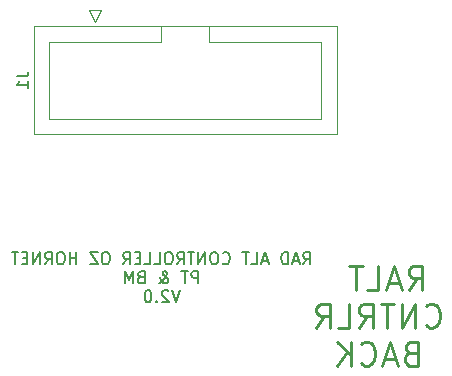
<source format=gbr>
G04 #@! TF.GenerationSoftware,KiCad,Pcbnew,7.0.9*
G04 #@! TF.CreationDate,2024-01-17T05:20:41+10:00*
G04 #@! TF.ProjectId,CONTROLLER_Radar Altimeter-V02,434f4e54-524f-44c4-9c45-525f52616461,1*
G04 #@! TF.SameCoordinates,Original*
G04 #@! TF.FileFunction,Legend,Bot*
G04 #@! TF.FilePolarity,Positive*
%FSLAX46Y46*%
G04 Gerber Fmt 4.6, Leading zero omitted, Abs format (unit mm)*
G04 Created by KiCad (PCBNEW 7.0.9) date 2024-01-17 05:20:41*
%MOMM*%
%LPD*%
G01*
G04 APERTURE LIST*
%ADD10C,0.250000*%
%ADD11C,0.150000*%
%ADD12C,0.120000*%
G04 APERTURE END LIST*
D10*
X71531429Y-84102238D02*
X72198096Y-83149857D01*
X72674286Y-84102238D02*
X72674286Y-82102238D01*
X72674286Y-82102238D02*
X71912381Y-82102238D01*
X71912381Y-82102238D02*
X71721905Y-82197476D01*
X71721905Y-82197476D02*
X71626667Y-82292714D01*
X71626667Y-82292714D02*
X71531429Y-82483190D01*
X71531429Y-82483190D02*
X71531429Y-82768904D01*
X71531429Y-82768904D02*
X71626667Y-82959380D01*
X71626667Y-82959380D02*
X71721905Y-83054619D01*
X71721905Y-83054619D02*
X71912381Y-83149857D01*
X71912381Y-83149857D02*
X72674286Y-83149857D01*
X70769524Y-83530809D02*
X69817143Y-83530809D01*
X70960000Y-84102238D02*
X70293334Y-82102238D01*
X70293334Y-82102238D02*
X69626667Y-84102238D01*
X68007619Y-84102238D02*
X68960000Y-84102238D01*
X68960000Y-84102238D02*
X68960000Y-82102238D01*
X67626666Y-82102238D02*
X66483809Y-82102238D01*
X67055238Y-84102238D02*
X67055238Y-82102238D01*
X72960000Y-87131761D02*
X73055238Y-87227000D01*
X73055238Y-87227000D02*
X73340952Y-87322238D01*
X73340952Y-87322238D02*
X73531428Y-87322238D01*
X73531428Y-87322238D02*
X73817143Y-87227000D01*
X73817143Y-87227000D02*
X74007619Y-87036523D01*
X74007619Y-87036523D02*
X74102857Y-86846047D01*
X74102857Y-86846047D02*
X74198095Y-86465095D01*
X74198095Y-86465095D02*
X74198095Y-86179380D01*
X74198095Y-86179380D02*
X74102857Y-85798428D01*
X74102857Y-85798428D02*
X74007619Y-85607952D01*
X74007619Y-85607952D02*
X73817143Y-85417476D01*
X73817143Y-85417476D02*
X73531428Y-85322238D01*
X73531428Y-85322238D02*
X73340952Y-85322238D01*
X73340952Y-85322238D02*
X73055238Y-85417476D01*
X73055238Y-85417476D02*
X72960000Y-85512714D01*
X72102857Y-87322238D02*
X72102857Y-85322238D01*
X72102857Y-85322238D02*
X70960000Y-87322238D01*
X70960000Y-87322238D02*
X70960000Y-85322238D01*
X70293333Y-85322238D02*
X69150476Y-85322238D01*
X69721905Y-87322238D02*
X69721905Y-85322238D01*
X67340952Y-87322238D02*
X68007619Y-86369857D01*
X68483809Y-87322238D02*
X68483809Y-85322238D01*
X68483809Y-85322238D02*
X67721904Y-85322238D01*
X67721904Y-85322238D02*
X67531428Y-85417476D01*
X67531428Y-85417476D02*
X67436190Y-85512714D01*
X67436190Y-85512714D02*
X67340952Y-85703190D01*
X67340952Y-85703190D02*
X67340952Y-85988904D01*
X67340952Y-85988904D02*
X67436190Y-86179380D01*
X67436190Y-86179380D02*
X67531428Y-86274619D01*
X67531428Y-86274619D02*
X67721904Y-86369857D01*
X67721904Y-86369857D02*
X68483809Y-86369857D01*
X65531428Y-87322238D02*
X66483809Y-87322238D01*
X66483809Y-87322238D02*
X66483809Y-85322238D01*
X63721904Y-87322238D02*
X64388571Y-86369857D01*
X64864761Y-87322238D02*
X64864761Y-85322238D01*
X64864761Y-85322238D02*
X64102856Y-85322238D01*
X64102856Y-85322238D02*
X63912380Y-85417476D01*
X63912380Y-85417476D02*
X63817142Y-85512714D01*
X63817142Y-85512714D02*
X63721904Y-85703190D01*
X63721904Y-85703190D02*
X63721904Y-85988904D01*
X63721904Y-85988904D02*
X63817142Y-86179380D01*
X63817142Y-86179380D02*
X63912380Y-86274619D01*
X63912380Y-86274619D02*
X64102856Y-86369857D01*
X64102856Y-86369857D02*
X64864761Y-86369857D01*
X71674285Y-89494619D02*
X71388571Y-89589857D01*
X71388571Y-89589857D02*
X71293333Y-89685095D01*
X71293333Y-89685095D02*
X71198095Y-89875571D01*
X71198095Y-89875571D02*
X71198095Y-90161285D01*
X71198095Y-90161285D02*
X71293333Y-90351761D01*
X71293333Y-90351761D02*
X71388571Y-90447000D01*
X71388571Y-90447000D02*
X71579047Y-90542238D01*
X71579047Y-90542238D02*
X72340952Y-90542238D01*
X72340952Y-90542238D02*
X72340952Y-88542238D01*
X72340952Y-88542238D02*
X71674285Y-88542238D01*
X71674285Y-88542238D02*
X71483809Y-88637476D01*
X71483809Y-88637476D02*
X71388571Y-88732714D01*
X71388571Y-88732714D02*
X71293333Y-88923190D01*
X71293333Y-88923190D02*
X71293333Y-89113666D01*
X71293333Y-89113666D02*
X71388571Y-89304142D01*
X71388571Y-89304142D02*
X71483809Y-89399380D01*
X71483809Y-89399380D02*
X71674285Y-89494619D01*
X71674285Y-89494619D02*
X72340952Y-89494619D01*
X70436190Y-89970809D02*
X69483809Y-89970809D01*
X70626666Y-90542238D02*
X69960000Y-88542238D01*
X69960000Y-88542238D02*
X69293333Y-90542238D01*
X67483809Y-90351761D02*
X67579047Y-90447000D01*
X67579047Y-90447000D02*
X67864761Y-90542238D01*
X67864761Y-90542238D02*
X68055237Y-90542238D01*
X68055237Y-90542238D02*
X68340952Y-90447000D01*
X68340952Y-90447000D02*
X68531428Y-90256523D01*
X68531428Y-90256523D02*
X68626666Y-90066047D01*
X68626666Y-90066047D02*
X68721904Y-89685095D01*
X68721904Y-89685095D02*
X68721904Y-89399380D01*
X68721904Y-89399380D02*
X68626666Y-89018428D01*
X68626666Y-89018428D02*
X68531428Y-88827952D01*
X68531428Y-88827952D02*
X68340952Y-88637476D01*
X68340952Y-88637476D02*
X68055237Y-88542238D01*
X68055237Y-88542238D02*
X67864761Y-88542238D01*
X67864761Y-88542238D02*
X67579047Y-88637476D01*
X67579047Y-88637476D02*
X67483809Y-88732714D01*
X66626666Y-90542238D02*
X66626666Y-88542238D01*
X65483809Y-90542238D02*
X66340952Y-89399380D01*
X65483809Y-88542238D02*
X66626666Y-89685095D01*
D11*
X62586191Y-81954819D02*
X62919524Y-81478628D01*
X63157619Y-81954819D02*
X63157619Y-80954819D01*
X63157619Y-80954819D02*
X62776667Y-80954819D01*
X62776667Y-80954819D02*
X62681429Y-81002438D01*
X62681429Y-81002438D02*
X62633810Y-81050057D01*
X62633810Y-81050057D02*
X62586191Y-81145295D01*
X62586191Y-81145295D02*
X62586191Y-81288152D01*
X62586191Y-81288152D02*
X62633810Y-81383390D01*
X62633810Y-81383390D02*
X62681429Y-81431009D01*
X62681429Y-81431009D02*
X62776667Y-81478628D01*
X62776667Y-81478628D02*
X63157619Y-81478628D01*
X62205238Y-81669104D02*
X61729048Y-81669104D01*
X62300476Y-81954819D02*
X61967143Y-80954819D01*
X61967143Y-80954819D02*
X61633810Y-81954819D01*
X61300476Y-81954819D02*
X61300476Y-80954819D01*
X61300476Y-80954819D02*
X61062381Y-80954819D01*
X61062381Y-80954819D02*
X60919524Y-81002438D01*
X60919524Y-81002438D02*
X60824286Y-81097676D01*
X60824286Y-81097676D02*
X60776667Y-81192914D01*
X60776667Y-81192914D02*
X60729048Y-81383390D01*
X60729048Y-81383390D02*
X60729048Y-81526247D01*
X60729048Y-81526247D02*
X60776667Y-81716723D01*
X60776667Y-81716723D02*
X60824286Y-81811961D01*
X60824286Y-81811961D02*
X60919524Y-81907200D01*
X60919524Y-81907200D02*
X61062381Y-81954819D01*
X61062381Y-81954819D02*
X61300476Y-81954819D01*
X59586190Y-81669104D02*
X59110000Y-81669104D01*
X59681428Y-81954819D02*
X59348095Y-80954819D01*
X59348095Y-80954819D02*
X59014762Y-81954819D01*
X58205238Y-81954819D02*
X58681428Y-81954819D01*
X58681428Y-81954819D02*
X58681428Y-80954819D01*
X58014761Y-80954819D02*
X57443333Y-80954819D01*
X57729047Y-81954819D02*
X57729047Y-80954819D01*
X55776666Y-81859580D02*
X55824285Y-81907200D01*
X55824285Y-81907200D02*
X55967142Y-81954819D01*
X55967142Y-81954819D02*
X56062380Y-81954819D01*
X56062380Y-81954819D02*
X56205237Y-81907200D01*
X56205237Y-81907200D02*
X56300475Y-81811961D01*
X56300475Y-81811961D02*
X56348094Y-81716723D01*
X56348094Y-81716723D02*
X56395713Y-81526247D01*
X56395713Y-81526247D02*
X56395713Y-81383390D01*
X56395713Y-81383390D02*
X56348094Y-81192914D01*
X56348094Y-81192914D02*
X56300475Y-81097676D01*
X56300475Y-81097676D02*
X56205237Y-81002438D01*
X56205237Y-81002438D02*
X56062380Y-80954819D01*
X56062380Y-80954819D02*
X55967142Y-80954819D01*
X55967142Y-80954819D02*
X55824285Y-81002438D01*
X55824285Y-81002438D02*
X55776666Y-81050057D01*
X55157618Y-80954819D02*
X54967142Y-80954819D01*
X54967142Y-80954819D02*
X54871904Y-81002438D01*
X54871904Y-81002438D02*
X54776666Y-81097676D01*
X54776666Y-81097676D02*
X54729047Y-81288152D01*
X54729047Y-81288152D02*
X54729047Y-81621485D01*
X54729047Y-81621485D02*
X54776666Y-81811961D01*
X54776666Y-81811961D02*
X54871904Y-81907200D01*
X54871904Y-81907200D02*
X54967142Y-81954819D01*
X54967142Y-81954819D02*
X55157618Y-81954819D01*
X55157618Y-81954819D02*
X55252856Y-81907200D01*
X55252856Y-81907200D02*
X55348094Y-81811961D01*
X55348094Y-81811961D02*
X55395713Y-81621485D01*
X55395713Y-81621485D02*
X55395713Y-81288152D01*
X55395713Y-81288152D02*
X55348094Y-81097676D01*
X55348094Y-81097676D02*
X55252856Y-81002438D01*
X55252856Y-81002438D02*
X55157618Y-80954819D01*
X54300475Y-81954819D02*
X54300475Y-80954819D01*
X54300475Y-80954819D02*
X53729047Y-81954819D01*
X53729047Y-81954819D02*
X53729047Y-80954819D01*
X53395713Y-80954819D02*
X52824285Y-80954819D01*
X53109999Y-81954819D02*
X53109999Y-80954819D01*
X51919523Y-81954819D02*
X52252856Y-81478628D01*
X52490951Y-81954819D02*
X52490951Y-80954819D01*
X52490951Y-80954819D02*
X52109999Y-80954819D01*
X52109999Y-80954819D02*
X52014761Y-81002438D01*
X52014761Y-81002438D02*
X51967142Y-81050057D01*
X51967142Y-81050057D02*
X51919523Y-81145295D01*
X51919523Y-81145295D02*
X51919523Y-81288152D01*
X51919523Y-81288152D02*
X51967142Y-81383390D01*
X51967142Y-81383390D02*
X52014761Y-81431009D01*
X52014761Y-81431009D02*
X52109999Y-81478628D01*
X52109999Y-81478628D02*
X52490951Y-81478628D01*
X51300475Y-80954819D02*
X51109999Y-80954819D01*
X51109999Y-80954819D02*
X51014761Y-81002438D01*
X51014761Y-81002438D02*
X50919523Y-81097676D01*
X50919523Y-81097676D02*
X50871904Y-81288152D01*
X50871904Y-81288152D02*
X50871904Y-81621485D01*
X50871904Y-81621485D02*
X50919523Y-81811961D01*
X50919523Y-81811961D02*
X51014761Y-81907200D01*
X51014761Y-81907200D02*
X51109999Y-81954819D01*
X51109999Y-81954819D02*
X51300475Y-81954819D01*
X51300475Y-81954819D02*
X51395713Y-81907200D01*
X51395713Y-81907200D02*
X51490951Y-81811961D01*
X51490951Y-81811961D02*
X51538570Y-81621485D01*
X51538570Y-81621485D02*
X51538570Y-81288152D01*
X51538570Y-81288152D02*
X51490951Y-81097676D01*
X51490951Y-81097676D02*
X51395713Y-81002438D01*
X51395713Y-81002438D02*
X51300475Y-80954819D01*
X49967142Y-81954819D02*
X50443332Y-81954819D01*
X50443332Y-81954819D02*
X50443332Y-80954819D01*
X49157618Y-81954819D02*
X49633808Y-81954819D01*
X49633808Y-81954819D02*
X49633808Y-80954819D01*
X48824284Y-81431009D02*
X48490951Y-81431009D01*
X48348094Y-81954819D02*
X48824284Y-81954819D01*
X48824284Y-81954819D02*
X48824284Y-80954819D01*
X48824284Y-80954819D02*
X48348094Y-80954819D01*
X47348094Y-81954819D02*
X47681427Y-81478628D01*
X47919522Y-81954819D02*
X47919522Y-80954819D01*
X47919522Y-80954819D02*
X47538570Y-80954819D01*
X47538570Y-80954819D02*
X47443332Y-81002438D01*
X47443332Y-81002438D02*
X47395713Y-81050057D01*
X47395713Y-81050057D02*
X47348094Y-81145295D01*
X47348094Y-81145295D02*
X47348094Y-81288152D01*
X47348094Y-81288152D02*
X47395713Y-81383390D01*
X47395713Y-81383390D02*
X47443332Y-81431009D01*
X47443332Y-81431009D02*
X47538570Y-81478628D01*
X47538570Y-81478628D02*
X47919522Y-81478628D01*
X45967141Y-80954819D02*
X45776665Y-80954819D01*
X45776665Y-80954819D02*
X45681427Y-81002438D01*
X45681427Y-81002438D02*
X45586189Y-81097676D01*
X45586189Y-81097676D02*
X45538570Y-81288152D01*
X45538570Y-81288152D02*
X45538570Y-81621485D01*
X45538570Y-81621485D02*
X45586189Y-81811961D01*
X45586189Y-81811961D02*
X45681427Y-81907200D01*
X45681427Y-81907200D02*
X45776665Y-81954819D01*
X45776665Y-81954819D02*
X45967141Y-81954819D01*
X45967141Y-81954819D02*
X46062379Y-81907200D01*
X46062379Y-81907200D02*
X46157617Y-81811961D01*
X46157617Y-81811961D02*
X46205236Y-81621485D01*
X46205236Y-81621485D02*
X46205236Y-81288152D01*
X46205236Y-81288152D02*
X46157617Y-81097676D01*
X46157617Y-81097676D02*
X46062379Y-81002438D01*
X46062379Y-81002438D02*
X45967141Y-80954819D01*
X45205236Y-80954819D02*
X44538570Y-80954819D01*
X44538570Y-80954819D02*
X45205236Y-81954819D01*
X45205236Y-81954819D02*
X44538570Y-81954819D01*
X43395712Y-81954819D02*
X43395712Y-80954819D01*
X43395712Y-81431009D02*
X42824284Y-81431009D01*
X42824284Y-81954819D02*
X42824284Y-80954819D01*
X42157617Y-80954819D02*
X41967141Y-80954819D01*
X41967141Y-80954819D02*
X41871903Y-81002438D01*
X41871903Y-81002438D02*
X41776665Y-81097676D01*
X41776665Y-81097676D02*
X41729046Y-81288152D01*
X41729046Y-81288152D02*
X41729046Y-81621485D01*
X41729046Y-81621485D02*
X41776665Y-81811961D01*
X41776665Y-81811961D02*
X41871903Y-81907200D01*
X41871903Y-81907200D02*
X41967141Y-81954819D01*
X41967141Y-81954819D02*
X42157617Y-81954819D01*
X42157617Y-81954819D02*
X42252855Y-81907200D01*
X42252855Y-81907200D02*
X42348093Y-81811961D01*
X42348093Y-81811961D02*
X42395712Y-81621485D01*
X42395712Y-81621485D02*
X42395712Y-81288152D01*
X42395712Y-81288152D02*
X42348093Y-81097676D01*
X42348093Y-81097676D02*
X42252855Y-81002438D01*
X42252855Y-81002438D02*
X42157617Y-80954819D01*
X40729046Y-81954819D02*
X41062379Y-81478628D01*
X41300474Y-81954819D02*
X41300474Y-80954819D01*
X41300474Y-80954819D02*
X40919522Y-80954819D01*
X40919522Y-80954819D02*
X40824284Y-81002438D01*
X40824284Y-81002438D02*
X40776665Y-81050057D01*
X40776665Y-81050057D02*
X40729046Y-81145295D01*
X40729046Y-81145295D02*
X40729046Y-81288152D01*
X40729046Y-81288152D02*
X40776665Y-81383390D01*
X40776665Y-81383390D02*
X40824284Y-81431009D01*
X40824284Y-81431009D02*
X40919522Y-81478628D01*
X40919522Y-81478628D02*
X41300474Y-81478628D01*
X40300474Y-81954819D02*
X40300474Y-80954819D01*
X40300474Y-80954819D02*
X39729046Y-81954819D01*
X39729046Y-81954819D02*
X39729046Y-80954819D01*
X39252855Y-81431009D02*
X38919522Y-81431009D01*
X38776665Y-81954819D02*
X39252855Y-81954819D01*
X39252855Y-81954819D02*
X39252855Y-80954819D01*
X39252855Y-80954819D02*
X38776665Y-80954819D01*
X38490950Y-80954819D02*
X37919522Y-80954819D01*
X38205236Y-81954819D02*
X38205236Y-80954819D01*
X53705237Y-83564819D02*
X53705237Y-82564819D01*
X53705237Y-82564819D02*
X53324285Y-82564819D01*
X53324285Y-82564819D02*
X53229047Y-82612438D01*
X53229047Y-82612438D02*
X53181428Y-82660057D01*
X53181428Y-82660057D02*
X53133809Y-82755295D01*
X53133809Y-82755295D02*
X53133809Y-82898152D01*
X53133809Y-82898152D02*
X53181428Y-82993390D01*
X53181428Y-82993390D02*
X53229047Y-83041009D01*
X53229047Y-83041009D02*
X53324285Y-83088628D01*
X53324285Y-83088628D02*
X53705237Y-83088628D01*
X52848094Y-82564819D02*
X52276666Y-82564819D01*
X52562380Y-83564819D02*
X52562380Y-82564819D01*
X50371903Y-83564819D02*
X50419523Y-83564819D01*
X50419523Y-83564819D02*
X50514761Y-83517200D01*
X50514761Y-83517200D02*
X50657618Y-83374342D01*
X50657618Y-83374342D02*
X50895713Y-83088628D01*
X50895713Y-83088628D02*
X50990951Y-82945771D01*
X50990951Y-82945771D02*
X51038570Y-82802914D01*
X51038570Y-82802914D02*
X51038570Y-82707676D01*
X51038570Y-82707676D02*
X50990951Y-82612438D01*
X50990951Y-82612438D02*
X50895713Y-82564819D01*
X50895713Y-82564819D02*
X50848094Y-82564819D01*
X50848094Y-82564819D02*
X50752856Y-82612438D01*
X50752856Y-82612438D02*
X50705237Y-82707676D01*
X50705237Y-82707676D02*
X50705237Y-82755295D01*
X50705237Y-82755295D02*
X50752856Y-82850533D01*
X50752856Y-82850533D02*
X50800475Y-82898152D01*
X50800475Y-82898152D02*
X51086189Y-83088628D01*
X51086189Y-83088628D02*
X51133808Y-83136247D01*
X51133808Y-83136247D02*
X51181427Y-83231485D01*
X51181427Y-83231485D02*
X51181427Y-83374342D01*
X51181427Y-83374342D02*
X51133808Y-83469580D01*
X51133808Y-83469580D02*
X51086189Y-83517200D01*
X51086189Y-83517200D02*
X50990951Y-83564819D01*
X50990951Y-83564819D02*
X50848094Y-83564819D01*
X50848094Y-83564819D02*
X50752856Y-83517200D01*
X50752856Y-83517200D02*
X50705237Y-83469580D01*
X50705237Y-83469580D02*
X50562380Y-83279104D01*
X50562380Y-83279104D02*
X50514761Y-83136247D01*
X50514761Y-83136247D02*
X50514761Y-83041009D01*
X48848094Y-83041009D02*
X48705237Y-83088628D01*
X48705237Y-83088628D02*
X48657618Y-83136247D01*
X48657618Y-83136247D02*
X48609999Y-83231485D01*
X48609999Y-83231485D02*
X48609999Y-83374342D01*
X48609999Y-83374342D02*
X48657618Y-83469580D01*
X48657618Y-83469580D02*
X48705237Y-83517200D01*
X48705237Y-83517200D02*
X48800475Y-83564819D01*
X48800475Y-83564819D02*
X49181427Y-83564819D01*
X49181427Y-83564819D02*
X49181427Y-82564819D01*
X49181427Y-82564819D02*
X48848094Y-82564819D01*
X48848094Y-82564819D02*
X48752856Y-82612438D01*
X48752856Y-82612438D02*
X48705237Y-82660057D01*
X48705237Y-82660057D02*
X48657618Y-82755295D01*
X48657618Y-82755295D02*
X48657618Y-82850533D01*
X48657618Y-82850533D02*
X48705237Y-82945771D01*
X48705237Y-82945771D02*
X48752856Y-82993390D01*
X48752856Y-82993390D02*
X48848094Y-83041009D01*
X48848094Y-83041009D02*
X49181427Y-83041009D01*
X48181427Y-83564819D02*
X48181427Y-82564819D01*
X48181427Y-82564819D02*
X47848094Y-83279104D01*
X47848094Y-83279104D02*
X47514761Y-82564819D01*
X47514761Y-82564819D02*
X47514761Y-83564819D01*
X52133808Y-84174819D02*
X51800475Y-85174819D01*
X51800475Y-85174819D02*
X51467142Y-84174819D01*
X51181427Y-84270057D02*
X51133808Y-84222438D01*
X51133808Y-84222438D02*
X51038570Y-84174819D01*
X51038570Y-84174819D02*
X50800475Y-84174819D01*
X50800475Y-84174819D02*
X50705237Y-84222438D01*
X50705237Y-84222438D02*
X50657618Y-84270057D01*
X50657618Y-84270057D02*
X50609999Y-84365295D01*
X50609999Y-84365295D02*
X50609999Y-84460533D01*
X50609999Y-84460533D02*
X50657618Y-84603390D01*
X50657618Y-84603390D02*
X51229046Y-85174819D01*
X51229046Y-85174819D02*
X50609999Y-85174819D01*
X50181427Y-85079580D02*
X50133808Y-85127200D01*
X50133808Y-85127200D02*
X50181427Y-85174819D01*
X50181427Y-85174819D02*
X50229046Y-85127200D01*
X50229046Y-85127200D02*
X50181427Y-85079580D01*
X50181427Y-85079580D02*
X50181427Y-85174819D01*
X49514761Y-84174819D02*
X49419523Y-84174819D01*
X49419523Y-84174819D02*
X49324285Y-84222438D01*
X49324285Y-84222438D02*
X49276666Y-84270057D01*
X49276666Y-84270057D02*
X49229047Y-84365295D01*
X49229047Y-84365295D02*
X49181428Y-84555771D01*
X49181428Y-84555771D02*
X49181428Y-84793866D01*
X49181428Y-84793866D02*
X49229047Y-84984342D01*
X49229047Y-84984342D02*
X49276666Y-85079580D01*
X49276666Y-85079580D02*
X49324285Y-85127200D01*
X49324285Y-85127200D02*
X49419523Y-85174819D01*
X49419523Y-85174819D02*
X49514761Y-85174819D01*
X49514761Y-85174819D02*
X49609999Y-85127200D01*
X49609999Y-85127200D02*
X49657618Y-85079580D01*
X49657618Y-85079580D02*
X49705237Y-84984342D01*
X49705237Y-84984342D02*
X49752856Y-84793866D01*
X49752856Y-84793866D02*
X49752856Y-84555771D01*
X49752856Y-84555771D02*
X49705237Y-84365295D01*
X49705237Y-84365295D02*
X49657618Y-84270057D01*
X49657618Y-84270057D02*
X49609999Y-84222438D01*
X49609999Y-84222438D02*
X49514761Y-84174819D01*
X38344819Y-66044166D02*
X39059104Y-66044166D01*
X39059104Y-66044166D02*
X39201961Y-65996547D01*
X39201961Y-65996547D02*
X39297200Y-65901309D01*
X39297200Y-65901309D02*
X39344819Y-65758452D01*
X39344819Y-65758452D02*
X39344819Y-65663214D01*
X39344819Y-67044166D02*
X39344819Y-66472738D01*
X39344819Y-66758452D02*
X38344819Y-66758452D01*
X38344819Y-66758452D02*
X38487676Y-66663214D01*
X38487676Y-66663214D02*
X38582914Y-66567976D01*
X38582914Y-66567976D02*
X38630533Y-66472738D01*
D12*
X65440000Y-61817500D02*
X39780000Y-61817500D01*
X54660000Y-63127500D02*
X54660000Y-63127500D01*
X64140000Y-63127500D02*
X54660000Y-63127500D01*
X41080000Y-69627500D02*
X64140000Y-69627500D01*
X41080000Y-63127500D02*
X41080000Y-69627500D01*
X44990000Y-61427500D02*
X44490000Y-60427500D01*
X50560000Y-61817500D02*
X50560000Y-63127500D01*
X50560000Y-63127500D02*
X41080000Y-63127500D01*
X45490000Y-60427500D02*
X44990000Y-61427500D01*
X54660000Y-63127500D02*
X54660000Y-61817500D01*
X39780000Y-61817500D02*
X39780000Y-70937500D01*
X64140000Y-69627500D02*
X64140000Y-63127500D01*
X65440000Y-70937500D02*
X65440000Y-61817500D01*
X39780000Y-70937500D02*
X65440000Y-70937500D01*
X44490000Y-60427500D02*
X45490000Y-60427500D01*
M02*

</source>
